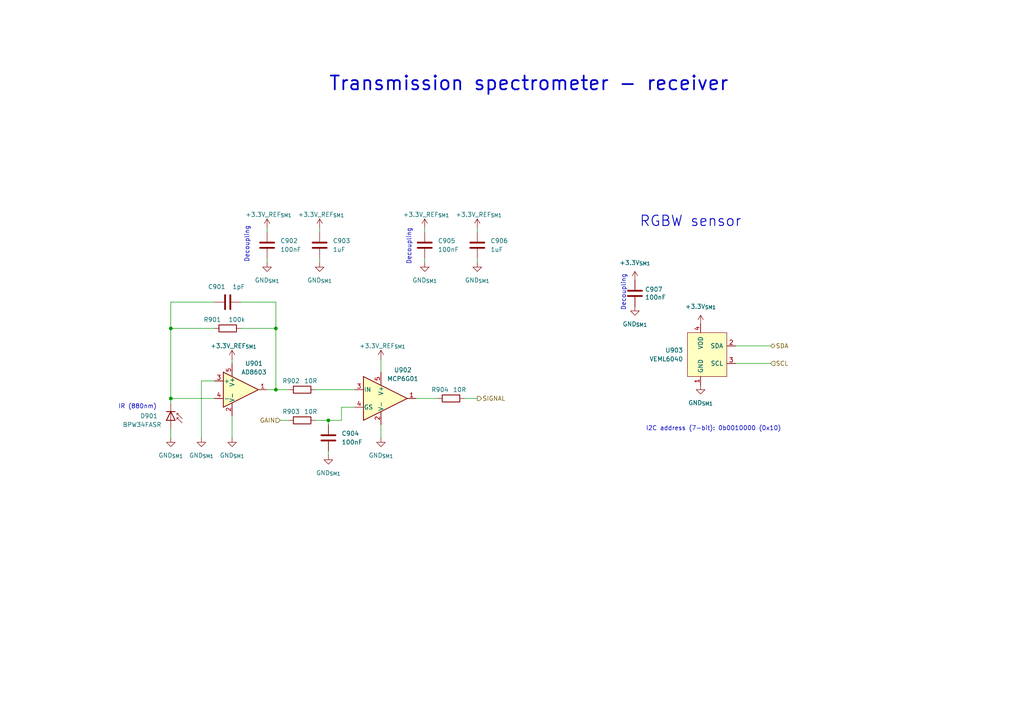
<source format=kicad_sch>
(kicad_sch (version 20231120) (generator "eeschema") (generator_version "8.0")
  (paper "A4")
  (title_block (title "Sensor multi-board") (date "2024-06-17") (rev "${VERSION}") (company "TrendBit s.r.o.") (comment 1 "Designed by: Petr Malaník"))
  (lib_symbols
    (symbol "Device:C" (pin_numbers hide) (pin_names (offset 0.254))
      (property "Reference" "C" (at 0.635 2.54 0))
      (property "Value" "C" (at 0.635 -2.54 0))
      (symbol "C_0_1"
        (polyline (pts (xy -2.032 -0.762) (xy 2.032 -0.762)) (stroke (width 0.508)))
        (polyline (pts (xy -2.032 0.762) (xy 2.032 0.762)) (stroke (width 0.508)))
      )
      (symbol "C_1_1"
        (pin passive line (at 0 3.81 270) (length 2.794) (name "~") (number "1"))
        (pin passive line (at 0 -3.81 90) (length 2.794) (name "~") (number "2"))
      )
    )
    (symbol "Device:D_Photo" (pin_numbers hide) (pin_names hide)
      (property "Reference" "D" (at 0.508 1.778 0))
      (property "Value" "D_Photo" (at -1.016 -2.794 0))
      (symbol "D_Photo_0_1"
        (polyline (pts (xy -2.54 1.27) (xy -2.54 -1.27)) (stroke (width 0.254)))
        (polyline (pts (xy -2.032 1.778) (xy -1.524 1.778)))
        (polyline (pts (xy 0 0) (xy -2.54 0)))
        (polyline (pts (xy -0.508 3.302) (xy -2.032 1.778) (xy -2.032 2.286)))
        (polyline (pts (xy 0 -1.27) (xy 0 1.27) (xy -2.54 0) (xy 0 -1.27)) (stroke (width 0.254)))
        (polyline (pts (xy 0.762 3.302) (xy -0.762 1.778) (xy -0.762 2.286) (xy -0.762 1.778) (xy -0.254 1.778)))
      )
      (symbol "D_Photo_1_1"
        (pin passive line (at -5.08 0 0) (length 2.54) (name "K") (number "1"))
        (pin passive line (at 2.54 0 180) (length 2.54) (name "A") (number "2"))
      )
    )
    (symbol "Device:R" (pin_numbers hide) (pin_names (offset 0))
      (property "Reference" "R" (at 2.032 0 90))
      (property "Value" "R" (at 0 0 90))
      (symbol "R_0_1"
        (rectangle (start -1.016 -2.54) (end 1.016 2.54) (stroke (width 0.254)))
      )
      (symbol "R_1_1"
        (pin passive line (at 0 3.81 270) (length 1.27) (name "~") (number "1"))
        (pin passive line (at 0 -3.81 90) (length 1.27) (name "~") (number "2"))
      )
    )
    (symbol "TCY_IC:AD8605" (pin_names (offset 0.127))
      (property "Reference" "U" (at 0 5.08 0))
      (property "Value" "AD8603" (at 0 -5.08 0))
      (symbol "AD8605_0_1"
        (polyline (pts (xy -5.08 5.08) (xy 5.08 0) (xy -5.08 -5.08) (xy -5.08 5.08)) (stroke (width 0.254)) (fill (type background)))
        (pin power_in line (at -2.54 -7.62 90) (length 3.81) (name "V-") (number "2"))
        (pin power_in line (at -2.54 7.62 270) (length 3.81) (name "V+") (number "5"))
      )
      (symbol "AD8605_1_1"
        (pin output line (at 7.62 0 180) (length 2.54) (name "~") (number "1"))
        (pin input line (at -7.62 2.54 0) (length 2.54) (name "+") (number "3"))
        (pin input line (at -7.62 -2.54 0) (length 2.54) (name "-") (number "4"))
      )
    )
    (symbol "TCY_IC:MCP6G01" (pin_names (offset 0.127))
      (property "Reference" "U" (at 0 6.35 0))
      (property "Value" "MCP6G01" (at 2.794 5.08 0))
      (symbol "MCP6G01_0_1"
        (polyline (pts (xy -5.08 6.35) (xy 7.62 0) (xy -5.08 -6.35) (xy -5.08 6.35)) (stroke (width 0.254)) (fill (type background)))
        (pin power_in line (at 0 -7.62 90) (length 3.81) (name "V-") (number "2"))
        (pin power_in line (at 0 7.62 270) (length 3.81) (name "V+") (number "5"))
      )
      (symbol "MCP6G01_1_1"
        (pin output line (at 10.16 0 180) (length 2.54) (name "~") (number "1"))
        (pin input line (at -7.62 2.54 0) (length 2.54) (name "IN") (number "3"))
        (pin input line (at -7.62 -2.54 0) (length 2.54) (name "GS") (number "4"))
      )
    )
    (symbol "TCY_sensors:VEML6040" (pin_names (offset 1.016))
      (property "Reference" "U" (at -6.35 0 0))
      (property "Value" "VEML6040" (at -10.16 2.54 0))
      (symbol "VEML6040_0_1"
        (rectangle (start 7.62 6.35) (end -3.81 -6.35) (fill (type background)))
      )
      (symbol "VEML6040_1_1"
        (pin passive line (at 0 -8.89 90) (length 2.54) (name "GND") (number "1"))
        (pin bidirectional line (at 10.16 2.54 180) (length 2.54) (name "SDA") (number "2"))
        (pin input line (at 10.16 -2.54 180) (length 2.54) (name "SCL") (number "3"))
        (pin power_in line (at 0 8.89 270) (length 2.54) (name "VDD") (number "4"))
      )
    )
    (symbol "power:+3.3V" (power) (pin_numbers hide) (pin_names (offset 0) hide)
      (property "Value" "+3.3V" (at 0 3.556 0))
      (symbol "+3.3V_0_1"
        (polyline (pts (xy -0.762 1.27) (xy 0 2.54)))
        (polyline (pts (xy 0 0) (xy 0 2.54)))
        (polyline (pts (xy 0 2.54) (xy 0.762 1.27)))
      )
      (symbol "+3.3V_1_1"
        (pin power_in line (at 0 0 90) (length 0) (name "~") (number "1"))
      )
    )
    (symbol "power:GND" (power) (pin_numbers hide) (pin_names (offset 0) hide)
      (property "Value" "GND" (at 0 -3.81 0))
      (symbol "GND_0_1"
        (polyline (pts (xy 0 0) (xy 0 -1.27) (xy 1.27 -1.27) (xy 0 -2.54) (xy -1.27 -1.27) (xy 0 -1.27)))
      )
      (symbol "GND_1_1"
        (pin power_in line (at 0 0 270) (length 0) (name "~") (number "1"))
      )
    )
  )
  (junction (at 49.53 115.57))
  (junction (at 95.25 121.92))
  (junction (at 49.53 95.25))
  (junction (at 80.01 113.03))
  (junction (at 80.01 95.25))
  (wire (pts (xy 77.47 74.93) (xy 77.47 76.2)))
  (wire (pts (xy 95.25 121.92) (xy 95.25 123.19)))
  (wire (pts (xy 120.65 115.57) (xy 127 115.57)))
  (wire (pts (xy 58.42 110.49) (xy 58.42 127)))
  (wire (pts (xy 95.25 121.92) (xy 91.44 121.92)))
  (wire (pts (xy 80.01 113.03) (xy 83.82 113.03)))
  (wire (pts (xy 92.71 66.04) (xy 92.71 67.31)))
  (wire (pts (xy 67.31 104.14) (xy 67.31 105.41)))
  (wire (pts (xy 138.43 76.2) (xy 138.43 74.93)))
  (wire (pts (xy 99.06 121.92) (xy 99.06 118.11)))
  (wire (pts (xy 77.47 66.04) (xy 77.47 67.31)))
  (wire (pts (xy 69.85 95.25) (xy 80.01 95.25)))
  (wire (pts (xy 67.31 120.65) (xy 67.31 127)))
  (wire (pts (xy 49.53 95.25) (xy 62.23 95.25)))
  (wire (pts (xy 80.01 95.25) (xy 80.01 87.63)))
  (wire (pts (xy 81.28 121.92) (xy 83.82 121.92)))
  (wire (pts (xy 213.36 100.33) (xy 223.52 100.33)))
  (wire (pts (xy 134.62 115.57) (xy 138.43 115.57)))
  (wire (pts (xy 69.85 87.63) (xy 80.01 87.63)))
  (wire (pts (xy 77.47 113.03) (xy 80.01 113.03)))
  (wire (pts (xy 95.25 130.81) (xy 95.25 132.08)))
  (wire (pts (xy 95.25 121.92) (xy 99.06 121.92)))
  (wire (pts (xy 123.19 66.04) (xy 123.19 67.31)))
  (wire (pts (xy 49.53 124.46) (xy 49.53 127)))
  (wire (pts (xy 123.19 74.93) (xy 123.19 76.2)))
  (wire (pts (xy 91.44 113.03) (xy 102.87 113.03)))
  (wire (pts (xy 49.53 115.57) (xy 62.23 115.57)))
  (wire (pts (xy 213.36 105.41) (xy 223.52 105.41)))
  (wire (pts (xy 138.43 66.04) (xy 138.43 67.31)))
  (wire (pts (xy 92.71 76.2) (xy 92.71 74.93)))
  (wire (pts (xy 62.23 110.49) (xy 58.42 110.49)))
  (wire (pts (xy 49.53 95.25) (xy 49.53 115.57)))
  (wire (pts (xy 80.01 95.25) (xy 80.01 113.03)))
  (wire (pts (xy 62.23 87.63) (xy 49.53 87.63)))
  (wire (pts (xy 110.49 123.19) (xy 110.49 127)))
  (wire (pts (xy 110.49 104.14) (xy 110.49 107.95)))
  (wire (pts (xy 102.87 118.11) (xy 99.06 118.11)))
  (wire (pts (xy 49.53 115.57) (xy 49.53 116.84)))
  (wire (pts (xy 49.53 87.63) (xy 49.53 95.25)))
  (text "Decoupling" (at 72.39 76.2 90) (effects (font (size 1.27 1.27)) (justify left bottom)))
  (text "I2C address (7-bit): 0b0010000 (0x10)" (at 187.325 125.095 0) (effects (font (size 1.27 1.27)) (justify left bottom)))
  (text "RGBW sensor" (at 185.42 66.04 0) (effects (font (size 3 3) (thickness 0.254) (bold yes)) (justify left bottom)))
  (text "IR (880nm)" (at 34.29 118.745 0) (effects (font (size 1.27 1.27)) (justify left bottom)))
  (text "Transmission spectrometer - receiver" (at 95.25 26.67 0) (effects (font (size 4 4) (thickness 0.5) (bold yes)) (justify left bottom)))
  (text "Decoupling" (at 181.61 90.17 90) (effects (font (size 1.27 1.27)) (justify left bottom)))
  (text "Decoupling" (at 119.38 76.835 90) (effects (font (size 1.27 1.27)) (justify left bottom)))
  (hierarchical_label "SIGNAL" (shape output) (at 138.43 115.57 0))
  (hierarchical_label "SCL" (shape input) (at 223.52 105.41 0))
  (hierarchical_label "GAIN" (shape input) (at 81.28 121.92 180))
  (hierarchical_label "SDA" (shape tri_state) (at 223.52 100.33 0))
  (symbol (lib_id "power:+3.3V") (at 203.2 93.98 0) (unit 1)
    (property "Reference" "#PWR0918" (effects (hide yes)))
    (property "Value" "+3.3V_{SM1}" (at 203.2 88.9 0))
    (property "Description" "Power symbol creates a global label with name \"+3.3V\"" (effects (hide yes)))
  )
  (symbol (lib_id "TCY_IC:MCP6G01") (at 110.49 115.57 0) (unit 1)
    (property "Reference" "U902" (at 116.84 107.315 0))
    (property "Value" "MCP6G01" (at 116.84 109.855 0))
    (property "Footprint" "Package_TO_SOT_SMD:SOT-23-5" (effects (hide yes)))
    (property "Datasheet" "https://ww1.microchip.com/downloads/aemDocuments/documents/OTH/ProductDocuments/DataSheets/22004b.pdf" (effects (hide yes)))
    (property "Description" "Selectable Gain Amplifier, SOT-23-5" (effects (hide yes)))
    (property "MPN" "MCP6G01RT-E/OT" (effects (hide yes)))
  )
  (symbol (lib_id "power:GND") (at 95.25 132.08 0) (unit 1)
    (property "Reference" "#PWR0909" (effects (hide yes)))
    (property "Value" "GND_{SM1}" (at 95.25 137.16 0))
    (property "Description" "Power symbol creates a global label with name \"GND\" , ground" (effects (hide yes)))
  )
  (symbol (lib_id "power:GND") (at 58.42 127 0) (unit 1)
    (property "Reference" "#PWR0902" (effects (hide yes)))
    (property "Value" "GND_{SM1}" (at 58.42 132.08 0))
    (property "Description" "Power symbol creates a global label with name \"GND\" , ground" (effects (hide yes)))
  )
  (symbol (lib_id "Device:R") (at 87.63 113.03 90) (unit 1)
    (property "Reference" "R902" (at 86.995 110.49 90) (effects (justify left)))
    (property "Value" "10R" (at 92.075 110.49 90) (effects (justify left)))
    (property "Footprint" "Resistor_SMD:R_0603_1608Metric" (effects (hide yes)))
    (property "LCSC" "C23193" (effects (hide yes)))
  )
  (symbol (lib_id "Device:R") (at 66.04 95.25 90) (unit 1)
    (property "Reference" "R901" (at 64.135 92.71 90) (effects (justify left)))
    (property "Value" "100k" (at 71.12 92.71 90) (effects (justify left)))
    (property "Footprint" "Resistor_SMD:R_0603_1608Metric" (effects (hide yes)))
    (property "LCSC" "C122538" (effects (hide yes)))
  )
  (symbol (lib_id "power:+3.3V") (at 123.19 66.04 0) (unit 1)
    (property "Reference" "#PWR0912" (effects (hide yes)))
    (property "Value" "+3.3V_REF_{SM1}" (at 116.84 62.23 0) (effects (justify left)))
    (property "Description" "Power symbol creates a global label with name \"+3.3V\"" (effects (hide yes)))
  )
  (symbol (lib_id "power:+3.3V") (at 110.49 104.14 0) (unit 1)
    (property "Reference" "#PWR0910" (effects (hide yes)))
    (property "Value" "+3.3V_REF_{SM1}" (at 104.14 100.33 0) (effects (justify left)))
    (property "Description" "Power symbol creates a global label with name \"+3.3V\"" (effects (hide yes)))
  )
  (symbol (lib_id "TCY_IC:AD8605") (at 69.85 113.03 0) (unit 1)
    (property "Reference" "U901" (at 73.66 105.41 0))
    (property "Value" "AD8603" (at 73.66 107.95 0))
    (property "Footprint" "Package_TO_SOT_SMD:TSOT-23-5" (effects (hide yes)))
    (property "Datasheet" "https://www.analog.com/media/en/technical-documentation/data-sheets/AD8605_8606_8608.pdf" (effects (hide yes)))
    (property "Description" "Precision Micropower, Low Noise CMOS, Rail-to-Rail Input/Output Operational Amplifier, TSOT-23-5" (effects (hide yes)))
    (property "LCSC" "C9641" (effects (hide yes)))
    (property "MPN" "AD8605ARTZ" (effects (hide yes)))
  )
  (symbol (lib_id "Device:R") (at 87.63 121.92 90) (unit 1)
    (property "Reference" "R903" (at 86.995 119.38 90) (effects (justify left)))
    (property "Value" "10R" (at 92.075 119.38 90) (effects (justify left)))
    (property "Footprint" "Resistor_SMD:R_0603_1608Metric" (effects (hide yes)))
    (property "LCSC" "C23193" (effects (hide yes)))
  )
  (symbol (lib_id "power:+3.3V") (at 67.31 104.14 0) (unit 1)
    (property "Reference" "#PWR0903" (effects (hide yes)))
    (property "Value" "+3.3V_REF_{SM1}" (at 60.96 100.33 0) (effects (justify left)))
    (property "Description" "Power symbol creates a global label with name \"+3.3V\"" (effects (hide yes)))
  )
  (symbol (lib_id "power:GND") (at 138.43 76.2 0) (unit 1)
    (property "Reference" "#PWR0915" (effects (hide yes)))
    (property "Value" "GND_{SM1}" (at 138.43 81.28 0))
    (property "Description" "Power symbol creates a global label with name \"GND\" , ground" (effects (hide yes)))
  )
  (symbol (lib_id "Device:D_Photo") (at 49.53 121.92 270) (unit 1)
    (property "Reference" "D901" (at 40.64 120.65 90) (effects (justify left)))
    (property "Value" "BPW34FASR" (at 35.56 123.19 90) (effects (justify left)))
    (property "Footprint" "Diode_SMD:D_SMC" (effects (hide yes)))
    (property "LCSC" "C141557" (effects (hide yes)))
    (property "MPN" "VBPW34FASR" (effects (hide yes)))
  )
  (symbol (lib_id "power:GND") (at 184.15 88.9 0) (unit 1)
    (property "Reference" "#PWR0917" (effects (hide yes)))
    (property "Value" "GND_{SM1}" (at 184.15 93.98 0))
    (property "Description" "Power symbol creates a global label with name \"GND\" , ground" (effects (hide yes)))
  )
  (symbol (lib_id "power:+3.3V") (at 92.71 66.04 0) (unit 1)
    (property "Reference" "#PWR0907" (effects (hide yes)))
    (property "Value" "+3.3V_REF_{SM1}" (at 86.36 62.23 0) (effects (justify left)))
    (property "Description" "Power symbol creates a global label with name \"+3.3V\"" (effects (hide yes)))
  )
  (symbol (lib_id "Device:C") (at 95.25 127 0) (unit 1)
    (property "Reference" "C904" (at 99.06 125.7299 0) (effects (justify left)))
    (property "Value" "100nF" (at 99.06 128.2699 0) (effects (justify left)))
    (property "Footprint" "Capacitor_SMD:C_0603_1608Metric" (effects (hide yes)))
    (property "Description" "Unpolarized capacitor" (effects (hide yes)))
    (property "LCSC" "C14663" (effects (hide yes)))
  )
  (symbol (lib_id "power:GND") (at 110.49 127 0) (unit 1)
    (property "Reference" "#PWR0911" (effects (hide yes)))
    (property "Value" "GND_{SM1}" (at 110.49 132.08 0))
    (property "Description" "Power symbol creates a global label with name \"GND\" , ground" (effects (hide yes)))
  )
  (symbol (lib_id "power:GND") (at 77.47 76.2 0) (unit 1)
    (property "Reference" "#PWR0906" (effects (hide yes)))
    (property "Value" "GND_{SM1}" (at 77.47 81.28 0))
    (property "Description" "Power symbol creates a global label with name \"GND\" , ground" (effects (hide yes)))
  )
  (symbol (lib_id "Device:C") (at 123.19 71.12 0) (unit 1)
    (property "Reference" "C905" (at 127 69.8499 0) (effects (justify left)))
    (property "Value" "100nF" (at 127 72.3899 0) (effects (justify left)))
    (property "Footprint" "Capacitor_SMD:C_0603_1608Metric" (effects (hide yes)))
    (property "Description" "Unpolarized capacitor" (effects (hide yes)))
    (property "LCSC" "C14663" (effects (hide yes)))
  )
  (symbol (lib_id "Device:C") (at 66.04 87.63 90) (unit 1)
    (property "Reference" "C901" (at 62.865 83.185 90))
    (property "Value" "1pF" (at 69.215 83.185 90))
    (property "Footprint" "Capacitor_SMD:C_0603_1608Metric" (effects (hide yes)))
    (property "Description" "Unpolarized capacitor" (effects (hide yes)))
    (property "LCSC" "C282246" (effects (hide yes)))
  )
  (symbol (lib_id "power:GND") (at 203.2 111.76 0) (unit 1)
    (property "Reference" "#PWR0919" (effects (hide yes)))
    (property "Value" "GND_{SM1}" (at 203.2 116.84 0))
    (property "Description" "Power symbol creates a global label with name \"GND\" , ground" (effects (hide yes)))
  )
  (symbol (lib_id "power:+3.3V") (at 77.47 66.04 0) (unit 1)
    (property "Reference" "#PWR0905" (effects (hide yes)))
    (property "Value" "+3.3V_REF_{SM1}" (at 71.12 62.23 0) (effects (justify left)))
    (property "Description" "Power symbol creates a global label with name \"+3.3V\"" (effects (hide yes)))
  )
  (symbol (lib_id "TCY_sensors:VEML6040") (at 203.2 102.87 0) (unit 1)
    (property "Reference" "U903" (at 198.12 101.5999 0) (effects (justify right)))
    (property "Value" "VEML6040" (at 198.12 104.1399 0) (effects (justify right)))
    (property "Footprint" "TCY_sensors:VEML6040" (effects (hide yes)))
    (property "Datasheet" "https://www.vishay.com/docs/84276/veml6040.pdf" (effects (hide yes)))
    (property "LCSC" "C78465" (effects (hide yes)))
  )
  (symbol (lib_id "power:GND") (at 92.71 76.2 0) (unit 1)
    (property "Reference" "#PWR0908" (effects (hide yes)))
    (property "Value" "GND_{SM1}" (at 92.71 81.28 0))
    (property "Description" "Power symbol creates a global label with name \"GND\" , ground" (effects (hide yes)))
  )
  (symbol (lib_id "power:GND") (at 123.19 76.2 0) (unit 1)
    (property "Reference" "#PWR0913" (effects (hide yes)))
    (property "Value" "GND_{SM1}" (at 123.19 81.28 0))
    (property "Description" "Power symbol creates a global label with name \"GND\" , ground" (effects (hide yes)))
  )
  (symbol (lib_id "Device:C") (at 77.47 71.12 0) (unit 1)
    (property "Reference" "C902" (at 81.28 69.8499 0) (effects (justify left)))
    (property "Value" "100nF" (at 81.28 72.3899 0) (effects (justify left)))
    (property "Footprint" "Capacitor_SMD:C_0603_1608Metric" (effects (hide yes)))
    (property "Description" "Unpolarized capacitor" (effects (hide yes)))
    (property "LCSC" "C14663" (effects (hide yes)))
  )
  (symbol (lib_id "power:GND") (at 49.53 127 0) (unit 1)
    (property "Reference" "#PWR0901" (effects (hide yes)))
    (property "Value" "GND_{SM1}" (at 49.53 132.08 0))
    (property "Description" "Power symbol creates a global label with name \"GND\" , ground" (effects (hide yes)))
  )
  (symbol (lib_id "Device:C") (at 92.71 71.12 0) (unit 1)
    (property "Reference" "C903" (at 96.52 69.8499 0) (effects (justify left)))
    (property "Value" "1uF" (at 96.52 72.3899 0) (effects (justify left)))
    (property "Footprint" "Capacitor_SMD:C_0603_1608Metric" (effects (hide yes)))
    (property "Description" "Unpolarized capacitor" (effects (hide yes)))
    (property "LCSC" "C15849" (effects (hide yes)))
  )
  (symbol (lib_id "Device:C") (at 138.43 71.12 0) (unit 1)
    (property "Reference" "C906" (at 142.24 69.8499 0) (effects (justify left)))
    (property "Value" "1uF" (at 142.24 72.3899 0) (effects (justify left)))
    (property "Footprint" "Capacitor_SMD:C_0603_1608Metric" (effects (hide yes)))
    (property "Description" "Unpolarized capacitor" (effects (hide yes)))
    (property "LCSC" "C15849" (effects (hide yes)))
  )
  (symbol (lib_id "Device:R") (at 130.81 115.57 90) (unit 1)
    (property "Reference" "R904" (at 130.175 113.03 90) (effects (justify left)))
    (property "Value" "10R" (at 135.255 113.03 90) (effects (justify left)))
    (property "Footprint" "Resistor_SMD:R_0603_1608Metric" (effects (hide yes)))
    (property "LCSC" "C23193" (effects (hide yes)))
  )
  (symbol (lib_id "power:+3.3V") (at 138.43 66.04 0) (unit 1)
    (property "Reference" "#PWR0914" (effects (hide yes)))
    (property "Value" "+3.3V_REF_{SM1}" (at 132.08 62.23 0) (effects (justify left)))
    (property "Description" "Power symbol creates a global label with name \"+3.3V\"" (effects (hide yes)))
  )
  (symbol (lib_id "power:+3.3V") (at 184.15 81.28 0) (unit 1)
    (property "Reference" "#PWR0916" (effects (hide yes)))
    (property "Value" "+3.3V_{SM1}" (at 184.15 76.2 0))
    (property "Description" "Power symbol creates a global label with name \"+3.3V\"" (effects (hide yes)))
  )
  (symbol (lib_id "power:GND") (at 67.31 127 0) (unit 1)
    (property "Reference" "#PWR0904" (effects (hide yes)))
    (property "Value" "GND_{SM1}" (at 67.31 132.08 0))
    (property "Description" "Power symbol creates a global label with name \"GND\" , ground" (effects (hide yes)))
  )
  (symbol (lib_id "Device:C") (at 184.15 85.09 0) (unit 1)
    (property "Reference" "C907" (at 187.0711 83.9406 0) (effects (justify left)))
    (property "Value" "100nF" (at 187.071 86.239 0) (effects (justify left)))
    (property "Footprint" "Capacitor_SMD:C_0603_1608Metric" (effects (hide yes)))
    (property "LCSC" "C14663" (effects (hide yes)))
  )
)
</source>
